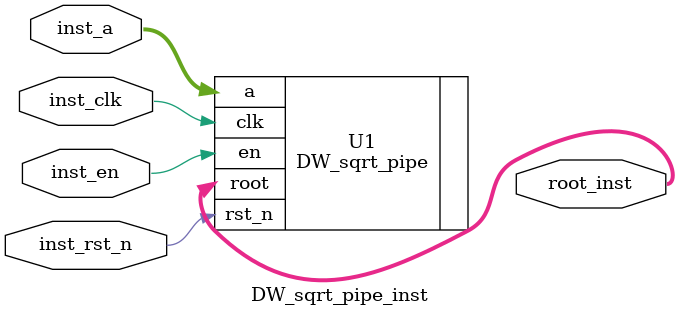
<source format=v>
module DW_sqrt_pipe_inst( inst_clk, inst_rst_n, inst_en, inst_a, root_inst );
    parameter inst_width = 33;
    parameter inst_tc_mode = 0;
    parameter inst_num_stages = 6;
    parameter inst_stall_mode = 1;
    parameter inst_rst_mode = 1;
    parameter inst_op_iso_mode = 0;
    input inst_clk;
    input inst_rst_n;
    input inst_en;
    input [inst_width-1 : 0] inst_a;
    output [(inst_width+1)/2-1 : 0] root_inst;
  // Instance of DW_sqrt_pipe  
    DW_sqrt_pipe #(inst_width, inst_tc_mode, inst_num_stages, inst_stall_mode,
                   inst_rst_mode, inst_op_iso_mode)
        U1 (.clk(inst_clk),
            .rst_n(inst_rst_n),
            .en(inst_en),
            .a(inst_a),
            .root(root_inst) );
endmodule
 
</source>
